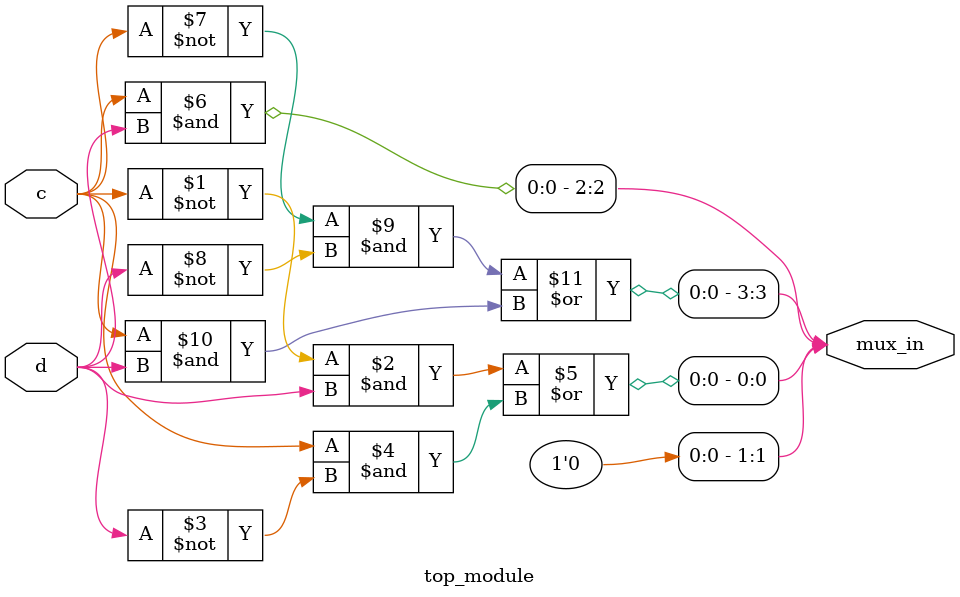
<source format=sv>
module top_module (
    input c,
    input d,
    output [3:0] mux_in
);

    // Assign values to mux_in based on the Karnaugh map
    assign mux_in[0] = (~c & d) | (c & ~d); // ab = 00
    assign mux_in[1] = 1'b0;                // ab = 01
    assign mux_in[2] = (c & d);             // ab = 11
    assign mux_in[3] = (~c & ~d) | (c & d); // ab = 10

endmodule

</source>
